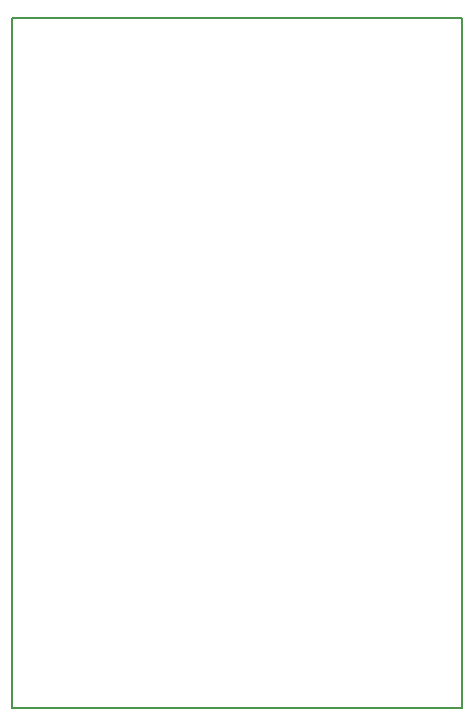
<source format=gbr>
G04 #@! TF.GenerationSoftware,KiCad,Pcbnew,5.1.4*
G04 #@! TF.CreationDate,2019-11-03T23:23:53+01:00*
G04 #@! TF.ProjectId,stm32XxxxCx_board,73746d33-3258-4787-9878-43785f626f61,rev?*
G04 #@! TF.SameCoordinates,Original*
G04 #@! TF.FileFunction,Profile,NP*
%FSLAX46Y46*%
G04 Gerber Fmt 4.6, Leading zero omitted, Abs format (unit mm)*
G04 Created by KiCad (PCBNEW 5.1.4) date 2019-11-03 23:23:53*
%MOMM*%
%LPD*%
G04 APERTURE LIST*
%ADD10C,0.150000*%
G04 APERTURE END LIST*
D10*
X132080000Y-109220000D02*
X132080000Y-50800000D01*
X170180000Y-109220000D02*
X132080000Y-109220000D01*
X170180000Y-50800000D02*
X170180000Y-109220000D01*
X132080000Y-50800000D02*
X170180000Y-50800000D01*
M02*

</source>
